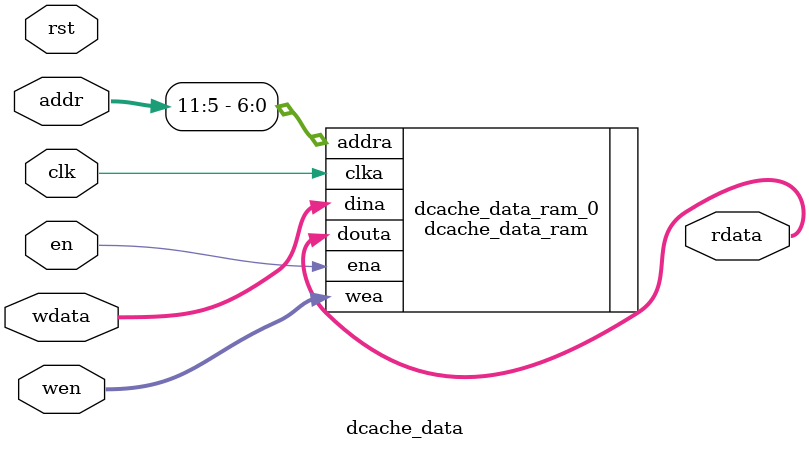
<source format=v>
`timescale 1ns / 1ps


module dcache_data(
    input   wire        rst,
    input   wire        clk,
    input   wire        en,
    input   wire[3:0]   wen,
    input   wire[31:0]  wdata,
    input   wire[31:0]  addr,
    output  wire[31:0]  rdata
    );
    
    dcache_data_ram dcache_data_ram_0 (
      .clka(clk),           // input wire clka
      .ena(en),             // input wire ena
      .wea(wen),            // input wire [3 : 0] wea
      .addra(addr[11:5]),   // input wire [6 : 0] addra
      .dina(wdata),         // input wire [31 : 0] dina
      .douta(rdata)         // output wire [31 : 0] douta
    );
endmodule

</source>
